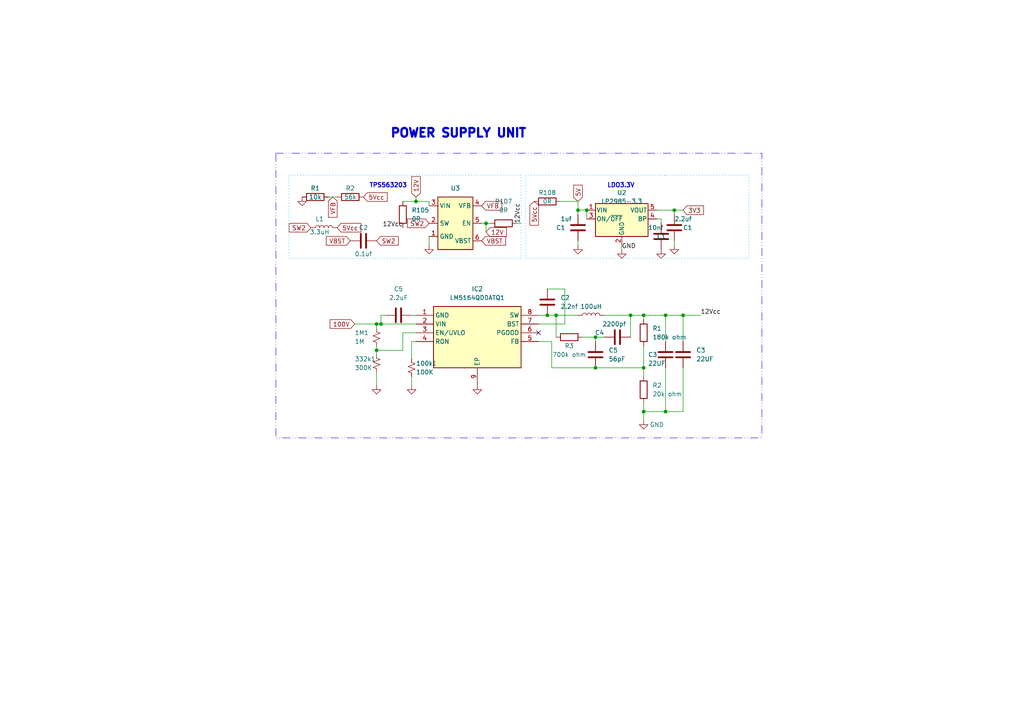
<source format=kicad_sch>
(kicad_sch (version 20230121) (generator eeschema)
  (paper "A4")
  (lib_symbols
    (symbol "Device:C" (pin_numbers hide) (pin_names (offset 0.254))
      (property "Reference" "C" (at 0.635 2.54 0))
      (property "Value" "C" (at 0.635 -2.54 0))
      (symbol "C_0_1"
        (polyline (pts (xy -2.032 -0.762) (xy 2.032 -0.762)) (stroke (width 0.508)))
        (polyline (pts (xy -2.032 0.762) (xy 2.032 0.762)) (stroke (width 0.508)))
      )
      (symbol "C_1_1"
        (pin passive line (at 0 3.81 270) (length 2.794) (name "~") (number "1"))
        (pin passive line (at 0 -3.81 90) (length 2.794) (name "~") (number "2"))
      )
    )
    (symbol "Device:L" (pin_numbers hide) (pin_names (offset 1.016) hide)
      (property "Reference" "L" (at -1.27 0 90))
      (property "Value" "L" (at 1.905 0 90))
      (symbol "L_0_1"
        (arc (start 0 -2.54) (mid 0.6323 -1.905) (end 0 -1.27))
        (arc (start 0 -1.27) (mid 0.6323 -0.635) (end 0 0))
        (arc (start 0 0) (mid 0.6323 0.635) (end 0 1.27))
        (arc (start 0 1.27) (mid 0.6323 1.905) (end 0 2.54))
      )
      (symbol "L_1_1"
        (pin passive line (at 0 3.81 270) (length 1.27) (name "1") (number "1"))
        (pin passive line (at 0 -3.81 90) (length 1.27) (name "2") (number "2"))
      )
    )
    (symbol "Device:R" (pin_numbers hide) (pin_names (offset 0))
      (property "Reference" "R" (at 2.032 0 90))
      (property "Value" "R" (at 0 0 90))
      (symbol "R_0_1"
        (rectangle (start -1.016 -2.54) (end 1.016 2.54) (stroke (width 0.254)))
      )
      (symbol "R_1_1"
        (pin passive line (at 0 3.81 270) (length 1.27) (name "~") (number "1"))
        (pin passive line (at 0 -3.81 90) (length 1.27) (name "~") (number "2"))
      )
    )
    (symbol "Device:R_Small_US" (pin_numbers hide) (pin_names (offset 0.254) hide)
      (property "Reference" "R" (at 0.762 0.508 0))
      (property "Value" "R_Small_US" (at 0.762 -1.016 0))
      (symbol "R_Small_US_1_1"
        (polyline (pts (xy 0 0) (xy 1.016 -0.381) (xy 0 -0.762) (xy -1.016 -1.143) (xy 0 -1.524)))
        (polyline (pts (xy 0 1.524) (xy 1.016 1.143) (xy 0 0.762) (xy -1.016 0.381) (xy 0 0)))
        (pin passive line (at 0 2.54 270) (length 1.016) (name "~") (number "1"))
        (pin passive line (at 0 -2.54 90) (length 1.016) (name "~") (number "2"))
      )
    )
    (symbol "LM5164QDDATQ1:LM5164QDDATQ1"
      (property "Reference" "IC" (at 31.75 7.62 0))
      (property "Value" "LM5164QDDATQ1" (at 31.75 5.08 0))
      (symbol "LM5164QDDATQ1_1_1"
        (rectangle (start 5.08 2.54) (end 30.48 -15.24) (stroke (width 0.254)) (fill (type background)))
        (pin passive line (at 0 0 0) (length 5.08) (name "GND") (number "1"))
        (pin passive line (at 0 -2.54 0) (length 5.08) (name "VIN") (number "2"))
        (pin passive line (at 0 -5.08 0) (length 5.08) (name "EN/UVLO") (number "3"))
        (pin passive line (at 0 -7.62 0) (length 5.08) (name "RON") (number "4"))
        (pin passive line (at 35.56 -7.62 180) (length 5.08) (name "FB") (number "5"))
        (pin passive line (at 35.56 -5.08 180) (length 5.08) (name "PGOOD") (number "6"))
        (pin passive line (at 35.56 -2.54 180) (length 5.08) (name "BST") (number "7"))
        (pin passive line (at 35.56 0 180) (length 5.08) (name "SW") (number "8"))
        (pin passive line (at 17.78 -20.32 90) (length 5.08) (name "EP") (number "9"))
      )
    )
    (symbol "Regulator_Linear:LP2985-3.3" (pin_names (offset 0.254))
      (property "Reference" "U7" (at 0 8.89 0))
      (property "Value" "LP2985-3.3" (at 0 6.35 0))
      (symbol "LP2985-3.3_0_1"
        (rectangle (start -7.62 -5.08) (end 7.62 4.445) (stroke (width 0.254)) (fill (type background)))
      )
      (symbol "LP2985-3.3_1_1"
        (pin input line (at -10.16 2.54 0) (length 2.54) (name "VIN") (number "1"))
        (pin power_out line (at 0 -7.62 90) (length 2.54) (name "GND") (number "2"))
        (pin input line (at -10.16 0 0) (length 2.54) (name "ON/~{OFF}") (number "3"))
        (pin input line (at 10.16 0 180) (length 2.54) (name "BP") (number "4"))
        (pin power_out line (at 10.16 2.54 180) (length 2.54) (name "VOUT") (number "5"))
      )
    )
    (symbol "Regulator_Switching:TPS563200"
      (property "Reference" "U5" (at 1.27 12.7 0))
      (symbol "TPS563200_0_1"
        (rectangle (start -3.81 -5.08) (end 6.35 10.16) (stroke (width 0.254)) (fill (type background)))
      )
      (symbol "TPS563200_1_1"
        (pin power_in line (at -6.35 -1.27 0) (length 2.54) (name "GND") (number "1"))
        (pin output line (at -6.35 2.54 0) (length 2.54) (name "SW") (number "2"))
        (pin input line (at -6.35 7.62 0) (length 2.54) (name "VIN") (number "3"))
        (pin input line (at 8.89 7.62 180) (length 2.54) (name "VFB") (number "4"))
        (pin input line (at 8.89 2.54 180) (length 2.54) (name "EN") (number "5"))
        (pin passive line (at 8.89 -2.54 180) (length 2.54) (name "VBST") (number "6"))
      )
    )
    (symbol "power:GND" (power) (pin_names (offset 0))
      (property "Value" "GND" (at 0 -3.81 0))
      (symbol "GND_0_1"
        (polyline (pts (xy 0 0) (xy 0 -1.27) (xy 1.27 -1.27) (xy 0 -2.54) (xy -1.27 -1.27) (xy 0 -1.27)))
      )
      (symbol "GND_1_1"
        (pin power_in line (at 0 0 270) (length 0) hide (name "GND") (number "1"))
      )
    )
  )
  (junction (at 172.72 97.79))
  (junction (at 193.04 91.44))
  (junction (at 186.69 119.38))
  (junction (at 158.75 91.44))
  (junction (at 167.64 60.96))
  (junction (at 193.04 119.38))
  (junction (at 109.22 101.6))
  (junction (at 172.72 106.68))
  (junction (at 186.69 106.68))
  (junction (at 186.69 91.44))
  (junction (at 161.29 91.44))
  (junction (at 198.12 91.44))
  (junction (at 195.58 60.96))
  (junction (at 110.49 93.98))
  (junction (at 170.18 60.96))
  (junction (at 182.88 91.44))
  (junction (at 109.22 93.98))
  (junction (at 120.65 58.42))
  (junction (at 140.97 64.77))
  (no_connect (at 156.21 96.52))
  (wire (pts (xy 140.97 64.77) (xy 142.24 64.77)))
  (wire (pts (xy 195.58 60.96) (xy 190.5 60.96)))
  (wire (pts (xy 156.21 99.06) (xy 160.02 99.06)))
  (wire (pts (xy 156.21 93.98) (xy 163.83 93.98)))
  (wire (pts (xy 110.49 93.98) (xy 120.65 93.98)))
  (wire (pts (xy 162.56 58.42) (xy 167.64 58.42)))
  (wire (pts (xy 124.46 68.58) (xy 124.46 71.12)))
  (wire (pts (xy 102.87 93.98) (xy 109.22 93.98)))
  (wire (pts (xy 172.72 106.68) (xy 186.69 106.68)))
  (wire (pts (xy 195.58 60.96) (xy 195.58 62.23)))
  (wire (pts (xy 175.26 91.44) (xy 182.88 91.44)))
  (wire (pts (xy 119.38 109.22) (xy 119.38 111.76)))
  (wire (pts (xy 167.64 60.96) (xy 170.18 60.96)))
  (wire (pts (xy 193.04 91.44) (xy 198.12 91.44)))
  (wire (pts (xy 116.84 96.52) (xy 116.84 101.6)))
  (wire (pts (xy 193.04 106.68) (xy 193.04 119.38)))
  (wire (pts (xy 139.7 64.77) (xy 140.97 64.77)))
  (wire (pts (xy 195.58 69.85) (xy 195.58 71.12)))
  (wire (pts (xy 163.83 83.82) (xy 158.75 83.82)))
  (wire (pts (xy 124.46 58.42) (xy 124.46 59.69)))
  (wire (pts (xy 198.12 91.44) (xy 198.12 99.06)))
  (wire (pts (xy 193.04 91.44) (xy 193.04 99.06)))
  (wire (pts (xy 109.22 107.95) (xy 109.22 111.76)))
  (wire (pts (xy 109.22 93.98) (xy 109.22 95.25)))
  (wire (pts (xy 180.34 71.12) (xy 180.34 72.39)))
  (wire (pts (xy 186.69 116.84) (xy 186.69 119.38)))
  (wire (pts (xy 95.25 57.15) (xy 97.79 57.15)))
  (wire (pts (xy 182.88 91.44) (xy 186.69 91.44)))
  (wire (pts (xy 182.88 91.44) (xy 182.88 97.79)))
  (wire (pts (xy 160.02 106.68) (xy 172.72 106.68)))
  (wire (pts (xy 163.83 93.98) (xy 163.83 83.82)))
  (wire (pts (xy 120.65 58.42) (xy 116.84 58.42)))
  (wire (pts (xy 167.64 60.96) (xy 167.64 62.23)))
  (wire (pts (xy 140.97 67.31) (xy 140.97 64.77)))
  (wire (pts (xy 120.65 57.15) (xy 120.65 58.42)))
  (wire (pts (xy 186.69 100.33) (xy 186.69 106.68)))
  (wire (pts (xy 170.18 60.96) (xy 170.18 63.5)))
  (wire (pts (xy 110.49 91.44) (xy 110.49 93.98)))
  (wire (pts (xy 161.29 91.44) (xy 161.29 97.79)))
  (wire (pts (xy 167.64 58.42) (xy 167.64 60.96)))
  (wire (pts (xy 109.22 101.6) (xy 109.22 102.87)))
  (wire (pts (xy 119.38 99.06) (xy 119.38 104.14)))
  (wire (pts (xy 116.84 101.6) (xy 109.22 101.6)))
  (wire (pts (xy 168.91 97.79) (xy 172.72 97.79)))
  (wire (pts (xy 160.02 99.06) (xy 160.02 106.68)))
  (wire (pts (xy 167.64 69.85) (xy 167.64 71.12)))
  (wire (pts (xy 186.69 91.44) (xy 186.69 92.71)))
  (wire (pts (xy 156.21 91.44) (xy 158.75 91.44)))
  (wire (pts (xy 198.12 119.38) (xy 193.04 119.38)))
  (wire (pts (xy 111.76 91.44) (xy 110.49 91.44)))
  (wire (pts (xy 186.69 119.38) (xy 193.04 119.38)))
  (wire (pts (xy 151.13 64.77) (xy 149.86 64.77)))
  (wire (pts (xy 109.22 100.33) (xy 109.22 101.6)))
  (wire (pts (xy 161.29 91.44) (xy 167.64 91.44)))
  (wire (pts (xy 198.12 91.44) (xy 203.2 91.44)))
  (wire (pts (xy 198.12 106.68) (xy 198.12 119.38)))
  (wire (pts (xy 198.12 60.96) (xy 195.58 60.96)))
  (wire (pts (xy 120.65 99.06) (xy 119.38 99.06)))
  (wire (pts (xy 190.5 63.5) (xy 191.77 63.5)))
  (wire (pts (xy 186.69 91.44) (xy 193.04 91.44)))
  (wire (pts (xy 172.72 97.79) (xy 175.26 97.79)))
  (wire (pts (xy 158.75 91.44) (xy 161.29 91.44)))
  (wire (pts (xy 120.65 58.42) (xy 124.46 58.42)))
  (wire (pts (xy 109.22 93.98) (xy 110.49 93.98)))
  (wire (pts (xy 120.65 96.52) (xy 116.84 96.52)))
  (wire (pts (xy 186.69 106.68) (xy 186.69 109.22)))
  (wire (pts (xy 186.69 119.38) (xy 186.69 121.92)))
  (wire (pts (xy 172.72 97.79) (xy 172.72 99.06)))
  (wire (pts (xy 191.77 63.5) (xy 191.77 64.77)))
  (wire (pts (xy 119.38 91.44) (xy 120.65 91.44)))
  (rectangle (start 193.04 50.8) (end 193.04 50.8))
  (rectangle (start 80.01 44.45) (end 220.98 127) (stroke (width 0.2) (type dash_dot_dot) (color 102 74 255 1)))
  (rectangle (start 83.82 50.8) (end 151.13 74.93) (stroke (width 0.2) (type dot) (color 56 179 255 1)))
  (rectangle (start 152.4 50.8) (end 217.17 74.93) (stroke (width 0.2) (type dot) (color 56 179 255 1)))
  (text "TPS563203" (at 118.11 54.61 0) (effects (font (size 1.27 1.27) (thickness 0.254) bold) (justify right bottom)))
  (text "POWER SUPPLY UNIT \n\n\n" (at 113.03 48.26 0) (effects (font (size 2.5 2.5) (thickness 0.65) bold) (justify left bottom)))
  (text "LDO3.3V" (at 184.15 54.61 0) (effects (font (size 1.27 1.27) (thickness 0.254) bold) (justify right bottom)))
  (label "12Vcc" (at 116.84 66.04 180))
  (label "12Vcc" (at 203.2 91.44 0))
  (label "12Vcc" (at 151.13 64.77 90))
  (label "GND" (at 180.34 72.39 0))
  (global_label "VBST" (shape input) (at 101.6 69.85 180) (property "Intersheetrefs" "${INTERSHEET_REFS}" (effects hide)))
  (global_label "5Vcc" (shape input) (at 105.41 57.15 0) (property "Intersheetrefs" "${INTERSHEET_REFS}" (effects hide)))
  (global_label "VFB" (shape input) (at 139.7 59.69 0) (property "Intersheetrefs" "${INTERSHEET_REFS}" (effects hide)))
  (global_label "12V" (shape input) (at 140.97 67.31 0) (property "Intersheetrefs" "${INTERSHEET_REFS}" (effects hide)))
  (global_label "12V" (shape input) (at 120.65 57.15 90) (property "Intersheetrefs" "${INTERSHEET_REFS}" (effects hide)))
  (global_label "5Vcc" (shape input) (at 154.94 58.42 270) (property "Intersheetrefs" "${INTERSHEET_REFS}" (effects hide)))
  (global_label "VFB" (shape input) (at 96.52 57.15 270) (property "Intersheetrefs" "${INTERSHEET_REFS}" (effects hide)))
  (global_label "3V3" (shape input) (at 198.12 60.96 0) (property "Intersheetrefs" "${INTERSHEET_REFS}" (effects hide)))
  (global_label "SW2" (shape input) (at 90.17 66.04 180) (property "Intersheetrefs" "${INTERSHEET_REFS}" (effects hide)))
  (global_label "100V" (shape input) (at 102.87 93.98 180) (property "Intersheetrefs" "${INTERSHEET_REFS}" (effects hide)))
  (global_label "SW2" (shape input) (at 109.22 69.85 0) (property "Intersheetrefs" "${INTERSHEET_REFS}" (effects hide)))
  (global_label "5Vcc" (shape input) (at 97.79 66.04 0) (property "Intersheetrefs" "${INTERSHEET_REFS}" (effects hide)))
  (global_label "VBST" (shape input) (at 139.7 69.85 0) (property "Intersheetrefs" "${INTERSHEET_REFS}" (effects hide)))
  (global_label "SW2" (shape input) (at 124.46 64.77 180) (property "Intersheetrefs" "${INTERSHEET_REFS}" (effects hide)))
  (global_label "5V" (shape input) (at 167.64 58.42 90) (property "Intersheetrefs" "${INTERSHEET_REFS}" (effects hide)))
  (symbol (lib_id "Device:C") (at 191.77 68.58 0) (unit 1)
    (property "Reference" "C1" (at 190.5 68.58 0) (effects (justify left)))
    (property "Value" "10nf" (at 187.96 66.04 0) (effects (justify left)))
    (property "Footprint" "Capacitor_SMD:C_0603_1608Metric_Pad1.08x0.95mm_HandSolder" (effects hide))
    (instances (project "SOC 2" (path "" (reference "C1") (unit 1))) (project "SOC DISPLAY" (path "" (reference "C12") (unit 1)) (path "" (reference "C107") (unit 1))))
  )
  (symbol (lib_id "Device:R_Small_US") (at 109.22 97.79 0) (unit 1)
    (property "Reference" "1M1" (at 102.87 96.52 0) (effects (justify left)))
    (property "Value" "1M" (at 102.87 99.06 0) (effects (justify left)))
    (property "Footprint" "Resistor_SMD:R_0603_1608Metric_Pad0.98x0.95mm_HandSolder" (effects hide))
    (instances (project "SOC DISPLAY" (path "" (reference "1M1") (unit 1)) (path "" (reference "R103") (unit 1))))
  )
  (symbol (lib_id "power:GND") (at 109.22 111.76 0) (unit 1)
    (property "Reference" "#PWR04" (effects hide))
    (property "Value" "GND" (effects hide))
    (instances (project "SOC 2" (path "" (reference "#PWR04") (unit 1))) (project "SOC DISPLAY" (path "" (reference "#PWR014") (unit 1)) (path "" (reference "#PWR0102") (unit 1))))
  )
  (symbol (lib_id "Device:R") (at 101.6 57.15 90) (unit 1)
    (property "Reference" "R2" (at 101.6 54.61 90))
    (property "Value" "56k" (at 101.6 57.15 90))
    (property "Footprint" "Resistor_SMD:R_0603_1608Metric_Pad0.98x0.95mm_HandSolder" (effects hide))
    (instances (project "SOC 2" (path "" (reference "R2") (unit 1))) (project "SOC DISPLAY" (path "" (reference "R22") (unit 1)) (path "" (reference "R102") (unit 1))))
  )
  (symbol (lib_id "power:GND") (at 138.43 111.76 0) (unit 1)
    (property "Reference" "#PWR04" (effects hide))
    (property "Value" "GND" (effects hide))
    (instances (project "SOC 2" (path "" (reference "#PWR04") (unit 1))) (project "SOC DISPLAY" (path "" (reference "#PWR016") (unit 1)) (path "" (reference "#PWR0105") (unit 1))))
  )
  (symbol (lib_id "Device:R") (at 186.69 113.03 0) (unit 1)
    (property "Reference" "R2" (at 189.23 111.76 0) (effects (justify left)))
    (property "Value" "20k ohm" (at 189.23 114.3 0) (effects (justify left)))
    (property "Footprint" "Resistor_SMD:R_0603_1608Metric_Pad0.98x0.95mm_HandSolder" (effects hide))
    (instances (project "NIKITA LM5164" (path "" (reference "R2") (unit 1))) (project "SOC 2" (path "" (reference "R8") (unit 1))) (project "SOC DISPLAY" (path "" (reference "R29") (unit 1)) (path "" (reference "R111") (unit 1))))
  )
  (symbol (lib_id "Device:C") (at 115.57 91.44 270) (unit 1)
    (property "Reference" "C5" (at 115.57 83.82 90))
    (property "Value" "2.2uF" (at 115.57 86.36 90))
    (property "Footprint" "Capacitor_SMD:C_0603_1608Metric_Pad1.08x0.95mm_HandSolder" (effects hide))
    (instances (project "NIKITA LM5164" (path "" (reference "C5") (unit 1))) (project "SOC 2" (path "" (reference "C5") (unit 1))) (project "SOC DISPLAY" (path "" (reference "C5") (unit 1)) (path "" (reference "C102") (unit 1))))
  )
  (symbol (lib_id "power:GND") (at 124.46 71.12 0) (unit 1)
    (property "Reference" "#PWR04" (effects hide))
    (property "Value" "GND" (effects hide))
    (instances (project "SOC 2" (path "" (reference "#PWR04") (unit 1))) (project "SOC DISPLAY" (path "" (reference "#PWR017") (unit 1)) (path "" (reference "#PWR0104") (unit 1))))
  )
  (symbol (lib_id "Device:R_Small_US") (at 109.22 105.41 0) (unit 1)
    (property "Reference" "332k1" (at 102.87 104.14 0) (effects (justify left)))
    (property "Value" "300K" (at 102.87 106.68 0) (effects (justify left)))
    (property "Footprint" "Resistor_SMD:R_0603_1608Metric_Pad0.98x0.95mm_HandSolder" (effects hide))
    (instances (project "SOC DISPLAY" (path "" (reference "332k1") (unit 1)) (path "" (reference "R104") (unit 1))))
  )
  (symbol (lib_id "Device:C") (at 167.64 66.04 0) (unit 1)
    (property "Reference" "C1" (at 161.29 66.04 0) (effects (justify left)))
    (property "Value" "1uf" (at 162.56 63.5 0) (effects (justify left)))
    (property "Footprint" "Capacitor_SMD:C_0603_1608Metric_Pad1.08x0.95mm_HandSolder" (effects hide))
    (instances (project "SOC 2" (path "" (reference "C1") (unit 1))) (project "SOC DISPLAY" (path "" (reference "C8") (unit 1)) (path "" (reference "C104") (unit 1))))
  )
  (symbol (lib_id "Device:C") (at 195.58 66.04 0) (unit 1)
    (property "Reference" "C1" (at 198.12 66.04 0) (effects (justify left)))
    (property "Value" "2.2uf" (at 195.58 63.5 0) (effects (justify left)))
    (property "Footprint" "Capacitor_SMD:C_0603_1608Metric_Pad1.08x0.95mm_HandSolder" (effects hide))
    (instances (project "SOC 2" (path "" (reference "C1") (unit 1))) (project "SOC DISPLAY" (path "" (reference "C13") (unit 1)) (path "" (reference "C109") (unit 1))))
  )
  (symbol (lib_id "Device:C") (at 105.41 69.85 90) (unit 1)
    (property "Reference" "C2" (at 105.41 66.04 90))
    (property "Value" "0.1uf" (at 105.41 73.66 90))
    (property "Footprint" "Capacitor_SMD:C_0603_1608Metric_Pad1.08x0.95mm_HandSolder" (effects hide))
    (instances (project "SOC 2" (path "" (reference "C2") (unit 1))) (project "SOC DISPLAY" (path "" (reference "C4") (unit 1)) (path "" (reference "C101") (unit 1))))
  )
  (symbol (lib_id "Device:C") (at 179.07 97.79 90) (unit 1)
    (property "Reference" "C4" (at 175.26 96.52 90) (effects (justify left)))
    (property "Value" "2200pf" (at 181.61 93.98 90) (effects (justify left)))
    (property "Footprint" "Capacitor_SMD:C_0603_1608Metric_Pad1.08x0.95mm_HandSolder" (effects hide))
    (instances (project "NIKITA LM5164" (path "" (reference "C4") (unit 1))) (project "SOC 2" (path "" (reference "C6") (unit 1))) (project "SOC DISPLAY" (path "" (reference "C9") (unit 1)) (path "" (reference "C106") (unit 1))))
  )
  (symbol (lib_id "Device:C") (at 172.72 102.87 180) (unit 1)
    (property "Reference" "C5" (at 176.53 101.6 0) (effects (justify right)))
    (property "Value" "56pF" (at 176.53 104.14 0) (effects (justify right)))
    (property "Footprint" "Capacitor_SMD:C_0603_1608Metric_Pad1.08x0.95mm_HandSolder" (effects hide))
    (instances (project "NIKITA LM5164" (path "" (reference "C5") (unit 1))) (project "SOC 2" (path "" (reference "C5") (unit 1))) (project "SOC DISPLAY" (path "" (reference "C7") (unit 1)) (path "" (reference "C105") (unit 1))))
  )
  (symbol (lib_id "Device:R") (at 165.1 97.79 90) (unit 1)
    (property "Reference" "R3" (at 165.1 100.33 90))
    (property "Value" "700k ohm" (at 165.1 102.87 90))
    (property "Footprint" "Resistor_SMD:R_0603_1608Metric_Pad0.98x0.95mm_HandSolder" (effects hide))
    (instances (project "NIKITA LM5164" (path "" (reference "R3") (unit 1))) (project "SOC 2" (path "" (reference "R4") (unit 1))) (project "SOC DISPLAY" (path "" (reference "R27") (unit 1)) (path "" (reference "R109") (unit 1))))
  )
  (symbol (lib_id "Regulator_Switching:TPS563200") (at 130.81 67.31 0) (unit 1)
    (property "Reference" "U3" (at 132.08 54.61 0))
    (property "Value" "TPS563200" (effects hide))
    (property "Footprint" "Package_TO_SOT_SMD:SOT-23-6" (effects hide))
    (property "Datasheet" "http://www.ti.com/lit/ds/symlink/tps563200.pdf" (effects hide))
    (instances (project "SOC 2" (path "" (reference "U3") (unit 1))) (project "SOC DISPLAY" (path "" (reference "U4") (unit 1)) (path "" (reference "U101") (unit 1))))
  )
  (symbol (lib_id "Device:L") (at 171.45 91.44 90) (unit 1)
    (property "Reference" "L1" (effects hide))
    (property "Value" "100uH" (at 171.45 88.9 90))
    (property "Footprint" "LIB_1267AY-101M=P3.kicad_mod files:1267AY6R8NP3" (effects hide))
    (instances (project "NIKITA LM5164" (path "" (reference "L1") (unit 1))) (project "SOC 2" (path "" (reference "L2") (unit 1))) (project "SOC DISPLAY" (path "" (reference "L2") (unit 1)) (path "" (reference "L102") (unit 1))))
  )
  (symbol (lib_id "Device:R") (at 146.05 64.77 270) (unit 1)
    (property "Reference" "R107" (at 146.05 58.42 90))
    (property "Value" "0R" (at 146.05 60.96 90))
    (property "Footprint" "Resistor_SMD:R_0603_1608Metric_Pad0.98x0.95mm_HandSolder" (effects hide))
  )
  (symbol (lib_id "LM5164QDDATQ1:LM5164QDDATQ1") (at 120.65 91.44 0) (unit 1)
    (property "Reference" "IC2" (at 138.43 83.82 0))
    (property "Value" "LM5164QDDATQ1" (at 138.43 86.36 0))
    (property "Footprint" "LIB_LM5164QDDATQ1.kicad_mod files:SOIC127P600X170-9N" (effects hide))
    (property "Datasheet" "http://www.ti.com/lit/gpn/LM5164-Q1" (effects hide))
    (property "Height" "1.7" (effects hide))
    (property "Manufacturer_Name" "Texas Instruments" (effects hide))
    (property "Manufacturer_Part_Number" "LM5164QDDATQ1" (effects hide))
    (property "Mouser Part Number" "595-LM5164QDDATQ1" (effects hide))
    (property "Mouser Price/Stock" "https://www.mouser.co.uk/ProductDetail/Texas-Instruments/LM5164QDDATQ1?qs=PqoDHHvF64%252BzDzZmorCjJQ%3D%3D" (effects hide))
    (property "Arrow Part Number" "LM5164QDDATQ1" (effects hide))
    (property "Arrow Price/Stock" "https://www.arrow.com/en/products/lm5164qddatq1/texas-instruments?region=nac" (effects hide))
    (instances (project "SOC DISPLAY" (path "" (reference "IC2") (unit 1)) (path "" (reference "IC101") (unit 1))))
  )
  (symbol (lib_id "Device:R") (at 116.84 62.23 180) (unit 1)
    (property "Reference" "R105" (at 119.38 60.96 0) (effects (justify right)))
    (property "Value" "0R" (at 119.38 63.5 0) (effects (justify right)))
    (property "Footprint" "Resistor_SMD:R_0603_1608Metric_Pad0.98x0.95mm_HandSolder" (effects hide))
  )
  (symbol (lib_id "Device:L") (at 93.98 66.04 90) (unit 1)
    (property "Reference" "L1" (at 92.71 63.5 90))
    (property "Value" "3.3uH" (at 92.71 67.31 90))
    (property "Footprint" "Library:INR33" (effects hide))
    (instances (project "SOC 2" (path "" (reference "L1") (unit 1))) (project "SOC DISPLAY" (path "" (reference "L1") (unit 1)) (path "" (reference "L101") (unit 1))))
  )
  (symbol (lib_id "power:GND") (at 167.64 71.12 0) (unit 1)
    (property "Reference" "#PWR01" (effects hide))
    (property "Value" "GND" (effects hide))
    (instances (project "SOC 2" (path "" (reference "#PWR01") (unit 1))) (project "SOC DISPLAY" (path "" (reference "#PWR021") (unit 1)) (path "" (reference "#PWR0106") (unit 1))))
  )
  (symbol (lib_id "Device:R") (at 186.69 96.52 0) (unit 1)
    (property "Reference" "R1" (at 189.23 95.25 0) (effects (justify left)))
    (property "Value" "180k ohm" (at 189.23 97.79 0) (effects (justify left)))
    (property "Footprint" "Resistor_SMD:R_0603_1608Metric_Pad0.98x0.95mm_HandSolder" (effects hide))
    (instances (project "NIKITA LM5164" (path "" (reference "R1") (unit 1))) (project "SOC 2" (path "" (reference "R7") (unit 1))) (project "SOC DISPLAY" (path "" (reference "R28") (unit 1)) (path "" (reference "R110") (unit 1))))
  )
  (symbol (lib_id "Device:C") (at 158.75 87.63 180) (unit 1)
    (property "Reference" "C2" (at 162.56 86.36 0) (effects (justify right)))
    (property "Value" "2.2nf" (at 162.56 88.9 0) (effects (justify right)))
    (property "Footprint" "Capacitor_SMD:C_0603_1608Metric_Pad1.08x0.95mm_HandSolder" (effects hide))
    (instances (project "NIKITA LM5164" (path "" (reference "C2") (unit 1))) (project "SOC 2" (path "" (reference "C4") (unit 1))) (project "SOC DISPLAY" (path "" (reference "C6") (unit 1)) (path "" (reference "C103") (unit 1))))
  )
  (symbol (lib_id "Device:C") (at 198.12 102.87 0) (unit 1)
    (property "Reference" "C3" (at 201.93 101.6 0) (effects (justify left)))
    (property "Value" "22UF" (at 201.93 104.14 0) (effects (justify left)))
    (property "Footprint" "Capacitor_SMD:C_1206_3216Metric_Pad1.33x1.80mm_HandSolder" (effects hide))
    (instances (project "NIKITA LM5164" (path "" (reference "C3") (unit 1))) (project "SOC 2" (path "" (reference "C7") (unit 1))) (project "SOC DISPLAY" (path "" (reference "C11") (unit 1)) (path "" (reference "C110") (unit 1))))
  )
  (symbol (lib_id "power:GND") (at 180.34 72.39 0) (unit 1)
    (property "Reference" "#PWR05" (effects hide))
    (property "Value" "GND" (effects hide))
    (instances (project "SOC 2" (path "" (reference "#PWR05") (unit 1))) (project "SOC DISPLAY" (path "" (reference "#PWR023") (unit 1)) (path "" (reference "#PWR0107") (unit 1))))
  )
  (symbol (lib_id "Device:R_Small_US") (at 119.38 106.68 0) (unit 1)
    (property "Reference" "100k1" (at 120.65 105.41 0) (effects (justify left)))
    (property "Value" "100K" (at 120.65 107.95 0) (effects (justify left)))
    (property "Footprint" "Resistor_SMD:R_0603_1608Metric_Pad0.98x0.95mm_HandSolder" (effects hide))
    (instances (project "SOC DISPLAY" (path "" (reference "100k1") (unit 1)) (path "" (reference "R106") (unit 1))))
  )
  (symbol (lib_id "power:GND") (at 186.69 121.92 0) (unit 1)
    (property "Reference" "#PWR04" (effects hide))
    (property "Value" "GND" (at 190.5 123.19 0))
    (instances (project "NIKITA LM5164" (path "" (reference "#PWR04") (unit 1))) (project "SOC 2" (path "" (reference "#PWR09") (unit 1))) (project "SOC DISPLAY" (path "" (reference "#PWR022") (unit 1)) (path "" (reference "#PWR0108") (unit 1))))
  )
  (symbol (lib_id "Device:C") (at 193.04 102.87 0) (unit 1)
    (property "Reference" "C3" (at 187.96 102.87 0) (effects (justify left)))
    (property "Value" "22UF" (at 187.96 105.41 0) (effects (justify left)))
    (property "Footprint" "Capacitor_SMD:C_1206_3216Metric_Pad1.33x1.80mm_HandSolder" (effects hide))
    (instances (project "NIKITA LM5164" (path "" (reference "C3") (unit 1))) (project "SOC 2" (path "" (reference "C7") (unit 1))) (project "SOC DISPLAY" (path "" (reference "C10") (unit 1)) (path "" (reference "C108") (unit 1))))
  )
  (symbol (lib_id "Regulator_Linear:LP2985-3.3") (at 180.34 63.5 0) (unit 1)
    (property "Reference" "U2" (at 180.34 55.88 0))
    (property "Value" "LP2985-3.3" (at 180.34 58.42 0))
    (property "Footprint" "Package_TO_SOT_SMD:SOT-23-5" (effects hide))
    (property "Datasheet" "http://www.ti.com/lit/ds/symlink/lp2985.pdf" (effects hide))
    (instances (project "SOC 2" (path "" (reference "U2") (unit 1))) (project "SOC DISPLAY" (path "" (reference "U5") (unit 1)) (path "" (reference "U102") (unit 1))))
  )
  (symbol (lib_id "power:GND") (at 119.38 111.76 0) (unit 1)
    (property "Reference" "#PWR04" (effects hide))
    (property "Value" "GND" (effects hide))
    (instances (project "SOC 2" (path "" (reference "#PWR04") (unit 1))) (project "SOC DISPLAY" (path "" (reference "#PWR016") (unit 1)) (path "" (reference "#PWR0103") (unit 1))))
  )
  (symbol (lib_id "power:GND") (at 195.58 71.12 0) (unit 1)
    (property "Reference" "#PWR01" (effects hide))
    (property "Value" "GND" (effects hide))
    (instances (project "SOC 2" (path "" (reference "#PWR01") (unit 1))) (project "SOC DISPLAY" (path "" (reference "#PWR025") (unit 1)) (path "" (reference "#PWR0110") (unit 1))))
  )
  (symbol (lib_id "power:GND") (at 87.63 57.15 0) (unit 1)
    (property "Reference" "#PWR06" (effects hide))
    (property "Value" "GND" (effects hide))
    (instances (project "SOC 2" (path "" (reference "#PWR06") (unit 1))) (project "SOC DISPLAY" (path "" (reference "#PWR013") (unit 1)) (path "" (reference "#PWR0101") (unit 1))))
  )
  (symbol (lib_id "Device:R") (at 91.44 57.15 90) (unit 1)
    (property "Reference" "R1" (at 91.44 54.61 90))
    (property "Value" "10k" (at 91.44 57.15 90))
    (property "Footprint" "Resistor_SMD:R_0603_1608Metric_Pad0.98x0.95mm_HandSolder" (effects hide))
    (instances (project "SOC 2" (path "" (reference "R1") (unit 1))) (project "SOC DISPLAY" (path "" (reference "R21") (unit 1)) (path "" (reference "R101") (unit 1))))
  )
  (symbol (lib_id "Device:R") (at 158.75 58.42 90) (unit 1)
    (property "Reference" "R108" (at 158.75 55.88 90))
    (property "Value" "0R" (at 158.75 58.42 90))
    (property "Footprint" "Resistor_SMD:R_0603_1608Metric_Pad0.98x0.95mm_HandSolder" (effects hide))
  )
  (symbol (lib_id "power:GND") (at 191.77 72.39 0) (unit 1)
    (property "Reference" "#PWR05" (effects hide))
    (property "Value" "GND" (effects hide))
    (instances (project "SOC 2" (path "" (reference "#PWR05") (unit 1))) (project "SOC DISPLAY" (path "" (reference "#PWR024") (unit 1)) (path "" (reference "#PWR0109") (unit 1))))
  )
)
</source>
